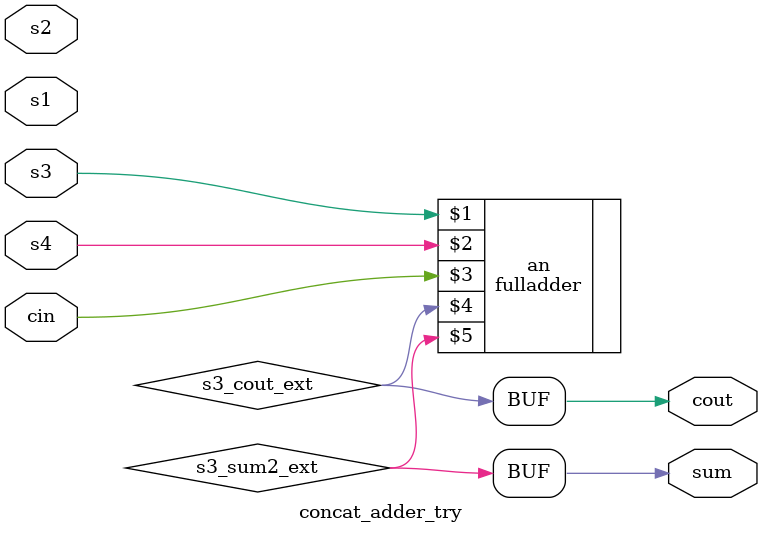
<source format=v>
`timescale 1ns / 1ps


module concat_adder_try(
    input s1,s2,s3,s4,cin,
    output sum,cout
    );
    //plan s1+s2 s3+s4+cin
    wire s1_cout_ext,s1_sum1_ext;
    nbit n1(s1,s2,s1_cout_ext,s1_sum1_ext);
    wire s3_cout_ext,s3_sum2_ext;
    fulladder an(s3,s4,cin,s3_cout_ext,s3_sum2_ext);
    assign sum=s3_sum2_ext;
    assign cout=s3_cout_ext;
endmodule

</source>
